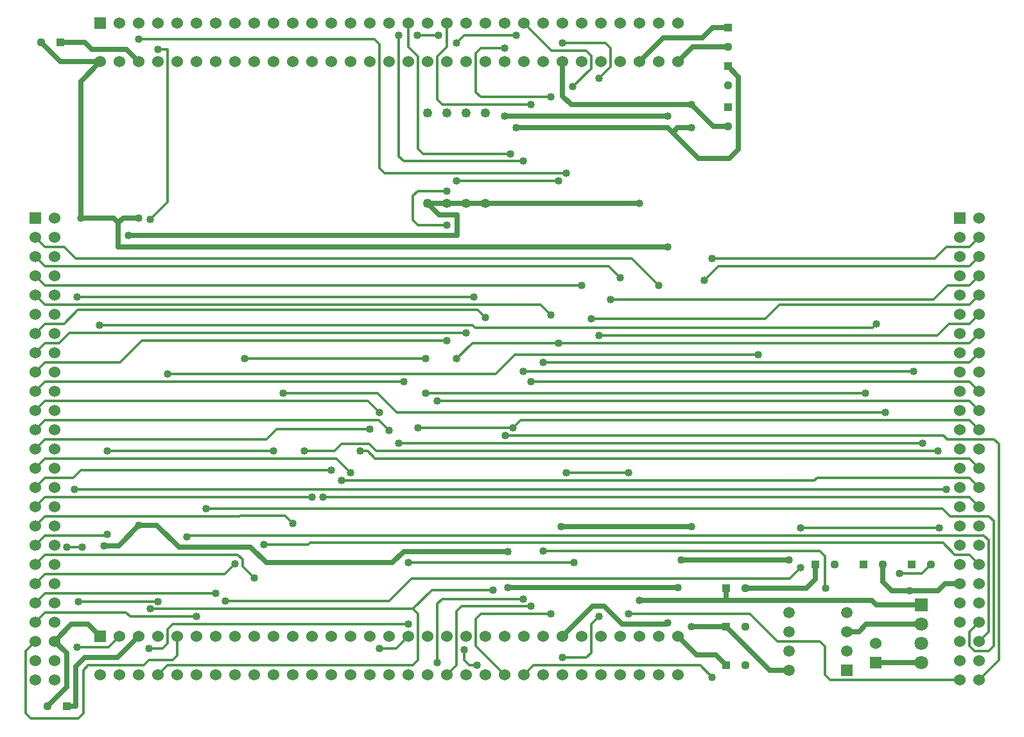
<source format=gbr>
G04 DipTrace 4.0.0.5*
G04 1 - Top.gbr*
%MOIN*%
G04 #@! TF.FileFunction,Copper,L1,Top*
G04 #@! TF.Part,Single*
G04 #@! TA.AperFunction,Conductor*
%ADD15C,0.013*%
%ADD16C,0.026*%
G04 #@! TA.AperFunction,ComponentPad*
%ADD18C,0.06*%
%ADD19R,0.06X0.06*%
%ADD20R,0.043701X0.043701*%
%ADD21C,0.043701*%
%ADD22R,0.070866X0.070866*%
%ADD23C,0.070866*%
%ADD24R,0.059055X0.059055*%
%ADD25C,0.059055*%
%ADD26C,0.049213*%
G04 #@! TA.AperFunction,ViaPad*
%ADD27C,0.04*%
%FSLAX26Y26*%
G04*
G70*
G90*
G75*
G01*
G04 Top*
%LPD*%
X4005200Y2832700D2*
D15*
X5162948D1*
X5223448Y2893200D1*
X5343200D1*
X5393700Y2943700D1*
X3965700Y2719200D2*
X4039700Y2793200D1*
X5343200D1*
X5393700Y2843700D1*
X3480700Y2619200D2*
X5156204D1*
X5230204Y2693200D1*
X5343200D1*
X5393700Y2743700D1*
X3380700Y2519200D2*
X4282952D1*
X4356952Y2593200D1*
X5343200D1*
X5393700Y2643700D1*
X3420200Y2432700D2*
X5177283D1*
X5237783Y2493200D1*
X5343200D1*
X5393700Y2543700D1*
X3420200Y971200D2*
X3380700Y931700D1*
Y783700D1*
X3354700Y757700D1*
X3231200D1*
Y3952200D2*
X3454700D1*
X3480700Y3926200D1*
Y3827700D1*
X3420200Y3767200D1*
X2680700Y2311700D2*
X2762200Y2393200D1*
X3209806D1*
X2680700Y3236306D2*
X3209806D1*
X2991700Y3991700D2*
X2718696D1*
X2680700Y3953704D1*
X3209806Y2393200D2*
X5343200D1*
X5393700Y2443700D1*
X3130806Y2293200D2*
X5343200D1*
X5393700Y2343700D1*
X4006846Y656700D2*
X3945346Y718200D1*
X3080700D1*
X3031200Y668700D1*
X3130806Y1312054D2*
X4566050D1*
X4592050Y1286054D1*
Y1122501D1*
X4596700Y1117850D1*
X3284200Y3723810D2*
X3380700Y3820310D1*
Y3886700D1*
X3354700Y3912700D1*
X3174700D1*
X3031200Y4056200D1*
X3025806Y2246204D2*
X5052964D1*
X3025806Y1063704D2*
X2606700D1*
X2580700Y1037704D1*
Y731700D1*
X2380700Y3993204D2*
Y3363554D1*
X2406700Y3337554D1*
X3025806D1*
X2586649Y3993204D2*
X2475751D1*
X3065306Y2193200D2*
X5344200D1*
X5393700Y2143700D1*
X3065306Y1024204D2*
X2706700D1*
X2680700Y998204D1*
Y718200D1*
X2631200Y668700D1*
X3065306Y3631310D2*
X2606700D1*
X2580700Y3657310D1*
Y3880448D1*
X2631200Y3930948D1*
Y4056200D1*
X2580700Y2093200D2*
X5344200D1*
X5393700Y2043700D1*
X2480700Y1951200D2*
X2971791D1*
X2960306Y3377054D2*
X2506700D1*
X2480700Y3403054D1*
Y3880948D1*
X2431200Y3930448D1*
Y4056200D1*
X2971791Y1951200D2*
X3013791Y1993200D1*
X5344200D1*
X5393700Y1943700D1*
X2380700Y1872200D2*
X5098554D1*
X2180700Y1830680D2*
X2220200D1*
X2257680Y1793200D1*
X5344200D1*
X5393700Y1743700D1*
X2084200Y1677680D2*
X4536277D1*
X4551798Y1693200D1*
X5344200D1*
X5393700Y1643700D1*
X1987204Y1593200D2*
X5344200D1*
X5393700Y1543700D1*
X1680700Y1345058D2*
X1911078D1*
X1920720Y1354700D1*
X5206452D1*
X5267952Y1293200D1*
X5344200D1*
X5393700Y1243700D1*
X1890354Y1832700D2*
X2046960D1*
X2084440Y1870180D1*
X2227460D1*
X2264940Y1832700D1*
X5178704D1*
X1780700Y2132700D2*
X2271200D1*
X2371200Y2032700D1*
X4906428D1*
X2519594Y2132700D2*
X4802495D1*
X1580700Y2311700D2*
X2519594D1*
X4466200Y1432700D2*
X5185050D1*
X1480700Y1053704D2*
X2331204D1*
X2447200Y1169700D1*
X4409350D1*
X4466200Y1226550D1*
X1380700Y1532700D2*
X5204798D1*
X5244298Y1493200D1*
X5443200D1*
X5469200Y1467200D1*
Y819200D1*
X5443200Y793200D1*
X5369200D1*
X5343200Y819200D1*
Y893200D1*
X5393700Y943700D1*
X1280700Y1386200D2*
X1287700Y1393200D1*
X5417200D1*
X5443200Y1367200D1*
Y893200D1*
X5393700Y843700D1*
X2870700Y1109700D2*
X2553700D1*
X2454700Y1010700D1*
X2480700Y984700D1*
Y744200D1*
X2454700Y718200D1*
X1180700D1*
X1131200Y668700D1*
X2934310Y1911700D2*
X5208948D1*
X5227448Y1893200D1*
X5469200D1*
X5495200Y1867200D1*
Y745200D1*
X5393700Y643700D1*
X2454700Y1010700D2*
X1091204D1*
X1131200Y3919200D2*
X1180700D1*
Y3125700D1*
X1091204Y3036204D1*
X1031200Y3972200D2*
X2254700D1*
X2280700Y3946200D1*
Y3301806D1*
X2306700Y3275806D1*
X3249306D1*
X2429980Y931700D2*
X1206700D1*
X1180700Y905700D1*
Y831704D1*
X1154700Y805704D1*
X1084200D1*
X3288806Y1250704D2*
X2429980D1*
X3249306Y1717180D2*
X3574704D1*
Y985200D2*
X4204315D1*
X4346787Y842728D1*
X4566758D1*
X4592758Y816728D1*
Y669701D1*
X4618759Y643700D1*
X5293700D1*
X5224550Y1632700D2*
X696200D1*
X3631200Y1056228D2*
D16*
X4081200D1*
X4835184D1*
X4860212Y1031200D1*
X5093700D1*
X3631200Y3118700D2*
X2831200D1*
X3631200Y3856200D2*
X3752204Y3977204D1*
X3957690D1*
X4011686Y4031200D1*
X4088627D1*
X1031200Y3856200D2*
X968200Y3919200D1*
X786704D1*
X749704Y3956200D1*
X623773D1*
X1031200Y868700D2*
X920200Y757700D1*
X748700D1*
X702700Y711700D1*
Y506200D1*
X678054D1*
X656200D1*
X2531200Y3118700D2*
X2591696Y3058204D1*
X2684200D1*
Y2952204D1*
X977700D1*
X2631200Y3118700D2*
X2531200D1*
X2731200D2*
X2631200D1*
X2831200D2*
X2731200D1*
X4081200Y1118700D2*
Y1056228D1*
X4543700Y1243700D2*
Y1164704D1*
X4497696Y1118700D1*
X4181200D1*
X3831200Y868700D2*
X3926346Y773554D1*
X4026346D1*
X4081200Y718700D1*
X831200Y868700D2*
X768200Y931700D1*
X681700D1*
X593700Y843700D1*
X3777700Y2892700D2*
X924700D1*
Y3017700D1*
X898700Y3043700D1*
X728700D1*
X4088627Y3931200D2*
X3906200D1*
X3831200Y3856200D1*
X5093700Y931200D2*
X4806228D1*
X4768728Y893700D1*
X4706200D1*
X4893700Y1243700D2*
Y1152633D1*
X4939700Y1106633D1*
X5032263D1*
X848700Y1340204D2*
X925208D1*
X1031204Y1446200D1*
X2931200Y3570712D2*
X3777700D1*
X1031204Y3043700D2*
X950700D1*
X924700Y3017700D1*
X593700Y843700D2*
X656700Y780700D1*
Y606700D1*
X556200Y506200D1*
X831200Y3856200D2*
X728952D1*
X728452Y3856700D1*
X623273D1*
X523773Y3956200D1*
X728700Y3043700D2*
Y3753700D1*
X831200Y3856200D1*
X5032263Y1106633D2*
X5180015D1*
X5217082Y1143700D1*
X5293700D1*
X1031204Y1446200D2*
X1124948D1*
X1238448Y1332700D1*
X1610200D1*
X1692196Y1250704D1*
X2348228D1*
X2405724Y1308200D1*
X2948204D1*
Y1120554D2*
X2950850Y1123200D1*
X3831200D1*
X1180700Y2232700D2*
D15*
X2883787D1*
X2983787Y2332700D1*
X4246735D1*
X3231200Y3856200D2*
D16*
Y3676708D1*
X3277200Y3630708D1*
X3901204D1*
X3846704Y1265554D2*
X4406200D1*
X3777700Y938700D2*
X3770700Y931700D1*
X3540452D1*
X3447952Y1024200D1*
X3386700D1*
X3231200Y868700D1*
X3901204Y3630708D2*
X4013212Y3518700D1*
X4088627D1*
X4856200Y731200D2*
X5093700D1*
X4981550Y1195354D2*
D15*
X5095354D1*
X5143700Y1243700D1*
X827200Y2485700D2*
X2763948D1*
X2777448Y2472200D1*
X4840558D1*
X4861558Y2493200D1*
X4406200Y693700D2*
D16*
X4306200D1*
X4081200Y918700D1*
X2991200Y3512696D2*
X3776200D1*
X3802200Y3486696D1*
X3935200Y3353696D1*
X4097480D1*
X4143480Y3399696D1*
Y3776346D1*
X4088625Y3831200D1*
X3901200Y3512696D2*
X3828200D1*
X3802200Y3486696D1*
X3901200Y1439700D2*
X3223306D1*
X4081200Y918700D2*
X3901200Y918704D1*
X931200Y868700D2*
D15*
X873200Y810700D1*
X709700D1*
X735700Y1332700D2*
X656700D1*
X1131200Y1050200D2*
X716704D1*
X1231200Y868700D2*
Y770200D1*
X1205200Y744200D1*
X1083700D1*
X1057700Y718200D1*
X768200D1*
X742200Y692200D1*
Y469200D1*
X716200Y443200D1*
X469200D1*
X443200Y469200D1*
Y793200D1*
X493700Y843700D1*
X1331200Y971200D2*
X985704D1*
X963704Y993200D1*
X543200D1*
X493700Y943700D1*
X1431200Y1093200D2*
X543200D1*
X493700Y1043700D1*
X1531200Y1246200D2*
X1478200Y1193200D1*
X543200D1*
X493700Y1143700D1*
X1631200Y1172200D2*
X1570700Y1232700D1*
Y1267200D1*
X1544700Y1293200D1*
X543200D1*
X493700Y1243700D1*
X1731200Y1832700D2*
X866700D1*
Y1400204D2*
X859696Y1393200D1*
X543200D1*
X493700Y1343700D1*
X1831200Y1457054D2*
X1791700Y1496554D1*
X1557145D1*
X1553791Y1493200D1*
X543200D1*
X493700Y1443700D1*
X1931200Y1593200D2*
X543200D1*
X493700Y1543700D1*
X2031200Y1731700D2*
X728948D1*
X690448Y1693200D1*
X543200D1*
X493700Y1643700D1*
X2131200Y1717180D2*
X2055180Y1793200D1*
X543200D1*
X493700Y1743700D1*
X2231200Y1946200D2*
X1745570D1*
X1692570Y1893200D1*
X543200D1*
X493700Y1843700D1*
X2331200Y1940200D2*
X2278200Y1993200D1*
X543200D1*
X493700Y1943700D1*
X2281700Y2032700D2*
X2221200Y2093200D1*
X543200D1*
X493700Y2043700D1*
X2281700Y805704D2*
X2368204D1*
X2431200Y868700D1*
X2406700Y2193200D2*
X543200D1*
X493700Y2143700D1*
X2631200Y2406700D2*
X1047094D1*
X933594Y2293200D1*
X543200D1*
X493700Y2243700D1*
X2631200Y3183306D2*
X2480094D1*
X2454094Y3157306D1*
Y3031204D1*
X2480094Y3005204D1*
X2631200D1*
X2731200Y2446200D2*
X669700D1*
X616700Y2393200D1*
X543200D1*
X493700Y2343700D1*
X2831200Y2525200D2*
X2791700Y2564700D1*
X714700D1*
X643200Y2493200D1*
X543200D1*
X493700Y2443700D1*
X3731200Y2693204D2*
X3591704Y2832700D1*
X703700D1*
X643200Y2893200D1*
X544200D1*
X493700Y2943700D1*
X3531200Y2732700D2*
X3470700Y2793200D1*
X544200D1*
X493700Y2843700D1*
X3331200Y2693200D2*
X544200D1*
X493700Y2743700D1*
X3170306Y2540200D2*
X3117306Y2593200D1*
X544200D1*
X493700Y2643700D1*
X2931200Y3926200D2*
X2806700D1*
X2780700Y3900200D1*
Y3696810D1*
X2806700Y3670810D1*
X3170306D1*
Y984704D2*
X2806700D1*
X2780700Y958704D1*
Y819200D1*
X2931200Y668700D1*
X2770700Y2632700D2*
X709700D1*
X2786649Y718200D2*
X2746200D1*
X2720200Y744200D1*
Y797200D1*
D27*
X4005200Y2832700D3*
X3965700Y2719200D3*
X3480700Y2619200D3*
X3380700Y2519200D3*
X3231200Y757700D3*
X3420200Y971200D3*
Y3767200D3*
X3231200Y3952200D3*
X3420200Y2432700D3*
X2680700Y2311700D3*
X3209806Y3236306D3*
X2680700D3*
Y3953704D3*
X2991700Y3991700D3*
X3209806Y2393200D3*
X4006846Y656700D3*
X4596700Y1117850D3*
X3130806Y1312054D3*
X3284200Y3723810D3*
X3130806Y2293200D3*
X5052964Y2246204D3*
X2580700Y731700D3*
X3025806Y1063704D3*
Y3337554D3*
X2380700Y3993204D3*
X2475751D3*
X2586649D3*
X3025806Y2246204D3*
X3065306Y1024204D3*
Y3631310D3*
Y2193200D3*
X2580700Y2093200D3*
X2480700Y1951200D3*
X2971791D3*
X2960306Y3377054D3*
X5098554Y1872200D3*
X2380700D3*
X2180700Y1830680D3*
X2084200Y1677680D3*
X1987204Y1593200D3*
X1680700Y1345058D3*
X5178704Y1832700D3*
X1890354D3*
X4906428Y2032700D3*
X1780700Y2132700D3*
X4802495D3*
X2519594D3*
Y2311700D3*
X1580700D3*
X5185050Y1432700D3*
X4466200D3*
Y1226550D3*
X1480700Y1053704D3*
X1380700Y1532700D3*
X1280700Y1386200D3*
X2934310Y1911700D3*
X2870700Y1109700D3*
X1091204Y1010700D3*
Y3036204D3*
X1131200Y3919200D3*
X3249306Y3275806D3*
X1031200Y3972200D3*
X1084200Y805704D3*
X2429980Y931700D3*
Y1250704D3*
X3288806D3*
X3574704Y1717180D3*
Y985200D3*
X3249306Y1717180D3*
X696200Y1632700D3*
X5224550D3*
X3631200Y3118700D3*
X977700Y2952204D3*
X3631200Y1056228D3*
X3777700Y2892700D3*
X2948204Y1308200D3*
X848700Y1340204D3*
X3777700Y3570712D3*
X2931200D3*
X1031204Y3043700D3*
X5032263Y1106633D3*
X728700Y3043700D3*
X3831200Y1123200D3*
X1031204Y1446200D3*
X2948204Y1120554D3*
X4246735Y2332700D3*
X1180700Y2232700D3*
X3777700Y938700D3*
X4406200Y1265554D3*
X3901204Y3630708D3*
X3846704Y1265554D3*
X4981550Y1195354D3*
X4861558Y2493200D3*
X827200Y2485700D3*
X2991200Y3512696D3*
X3901200D3*
X3223306Y1439700D3*
X3901200Y918704D3*
Y1439700D3*
X709700Y810700D3*
X656700Y1332700D3*
X735700D3*
X716704Y1050200D3*
X1131200D3*
X1331200Y971200D3*
X1431200Y1093200D3*
X1531200Y1246200D3*
X1631200Y1172200D3*
X866700Y1832700D3*
Y1400204D3*
X1731200Y1832700D3*
X1831200Y1457054D3*
X1931200Y1593200D3*
X2031200Y1731700D3*
X2131200Y1717180D3*
X2231200Y1946200D3*
X2331200Y1940200D3*
X2281700Y2032700D3*
Y805704D3*
X2406700Y2193200D3*
X2631200Y2406700D3*
Y3005204D3*
Y3183306D3*
X2731200Y2446200D3*
X2831200Y2525200D3*
X3731200Y2693204D3*
X3531200Y2732700D3*
X3331200Y2693200D3*
X3170306Y2540200D3*
Y3670810D3*
X2931200Y3926200D3*
X3170306Y984704D3*
X709700Y2632700D3*
X2770700D3*
X2720200Y797200D3*
X2786649Y718200D3*
D18*
X5393700Y943700D3*
X593700D3*
X493700D3*
X593700Y1043700D3*
X493700D3*
X593700Y1343700D3*
X493700D3*
X593700Y1843700D3*
X493700D3*
X593700Y3043700D3*
Y2943700D3*
Y2843700D3*
Y2743700D3*
Y2643700D3*
Y2543700D3*
Y2443700D3*
Y2343700D3*
Y2243700D3*
Y2143700D3*
X493700D3*
Y2243700D3*
Y2343700D3*
Y2443700D3*
Y2543700D3*
Y2643700D3*
Y2743700D3*
Y2843700D3*
Y2943700D3*
D19*
Y3043700D3*
D18*
Y2043700D3*
X593700D3*
X493700Y1943700D3*
X593700D3*
X493700Y1743700D3*
X593700D3*
X493700Y1643700D3*
X593700D3*
X493700Y1543700D3*
X593700D3*
X493700Y1443700D3*
X593700D3*
X493700Y1243700D3*
X593700D3*
Y1143700D3*
X493700D3*
Y843700D3*
X593700D3*
X493700Y743700D3*
X593700D3*
X493700Y643700D3*
X593700D3*
X5293700Y943700D3*
X5393700Y1043700D3*
X5293700D3*
X5393700Y1343700D3*
X5293700D3*
X5393700Y1843700D3*
X5293700D3*
X5393700Y3043700D3*
Y2943700D3*
Y2843700D3*
Y2743700D3*
Y2643700D3*
Y2543700D3*
Y2443700D3*
Y2343700D3*
Y2243700D3*
Y2143700D3*
X5293700D3*
Y2243700D3*
Y2343700D3*
Y2443700D3*
Y2543700D3*
Y2643700D3*
Y2743700D3*
Y2843700D3*
Y2943700D3*
D19*
Y3043700D3*
D18*
Y2043700D3*
X5393700D3*
X5293700Y1943700D3*
X5393700D3*
X5293700Y1743700D3*
X5393700D3*
X5293700Y1643700D3*
X5393700D3*
X5293700Y1543700D3*
X5393700D3*
X5293700Y1443700D3*
X5393700D3*
X5293700Y1243700D3*
X5393700D3*
Y1143700D3*
X5293700D3*
Y843700D3*
X5393700D3*
X5293700Y743700D3*
X5393700D3*
X5293700Y643700D3*
X5393700D3*
D20*
X4793700Y1243700D3*
D21*
X4893700D3*
D18*
X3731200Y868700D3*
Y668700D3*
X3631200Y868700D3*
Y668700D3*
X3231200Y868700D3*
Y668700D3*
X3131200Y868700D3*
Y668700D3*
X3031200Y868700D3*
Y668700D3*
X2731200D3*
Y868700D3*
X2631200D3*
Y668700D3*
X2231200D3*
X2131200D3*
X2031200D3*
X1931200D3*
X1831200D3*
X831200D3*
X931200D3*
X1031200D3*
X1131200D3*
X1231200D3*
X1331200D3*
X1431200D3*
X1531200D3*
X1631200D3*
X1731200D3*
X2231200Y868700D3*
X2131200D3*
X2031200D3*
X1931200D3*
X1831200D3*
X1731200D3*
X1631200D3*
X1531200D3*
X1431200D3*
X1331200D3*
X1231200D3*
X1131200D3*
X1031200D3*
X931200D3*
D19*
X831200D3*
D18*
X2331200Y668700D3*
Y868700D3*
X2431200D3*
Y668700D3*
X2531200Y868700D3*
Y668700D3*
X2831200D3*
Y868700D3*
X2931200D3*
Y668700D3*
X3331200D3*
Y868700D3*
X3431200Y668700D3*
Y868700D3*
X3531200Y668700D3*
Y868700D3*
X3831200Y668700D3*
Y868700D3*
D22*
X5093700Y1031200D3*
D23*
Y931200D3*
Y831200D3*
Y731200D3*
D24*
X4706200Y693700D3*
D25*
Y793700D3*
Y893700D3*
Y993700D3*
X4406200D3*
Y893700D3*
Y793700D3*
Y693700D3*
D20*
X4543700Y1243700D3*
D21*
X4643700D3*
D19*
X4856200Y731200D3*
D18*
Y831200D3*
D20*
X623773Y3956200D3*
D21*
X523773D3*
D20*
X4088627Y4031200D3*
D21*
Y3931200D3*
D20*
Y3618700D3*
D21*
Y3518700D3*
D20*
X4088626Y3831200D3*
D21*
X4088627Y3731200D3*
D20*
X4081200Y918700D3*
D21*
X4181200D3*
D20*
X4081200Y718700D3*
D21*
X4181200D3*
D20*
X4081200Y1118700D3*
D21*
X4181200D3*
D20*
X656200Y506200D3*
D21*
X556200D3*
D20*
X5043700Y1243700D3*
D21*
X5143700D3*
D18*
X3731200Y4056200D3*
Y3856200D3*
X3631200Y4056200D3*
Y3856200D3*
X3231200Y4056200D3*
Y3856200D3*
X3131200Y4056200D3*
Y3856200D3*
X3031200Y4056200D3*
Y3856200D3*
X2731200D3*
Y4056200D3*
X2631200D3*
Y3856200D3*
X2231200D3*
X2131200D3*
X2031200D3*
X1931200D3*
X1831200D3*
X831200D3*
X931200D3*
X1031200D3*
X1131200D3*
X1231200D3*
X1331200D3*
X1431200D3*
X1531200D3*
X1631200D3*
X1731200D3*
X2231200Y4056200D3*
X2131200D3*
X2031200D3*
X1931200D3*
X1831200D3*
X1731200D3*
X1631200D3*
X1531200D3*
X1431200D3*
X1331200D3*
X1231200D3*
X1131200D3*
X1031200D3*
X931200D3*
D19*
X831200D3*
D18*
X2331200Y3856200D3*
Y4056200D3*
X2431200D3*
Y3856200D3*
X2531200Y4056200D3*
Y3856200D3*
X2831200D3*
Y4056200D3*
X2931200D3*
Y3856200D3*
X3331200D3*
Y4056200D3*
X3431200Y3856200D3*
Y4056200D3*
X3531200Y3856200D3*
Y4056200D3*
X3831200Y3856200D3*
Y4056200D3*
D26*
X2531200Y3118700D3*
Y3587204D3*
X2631200Y3118700D3*
Y3587204D3*
X2731200Y3118700D3*
Y3587204D3*
X2831200Y3118700D3*
Y3587204D3*
M02*

</source>
